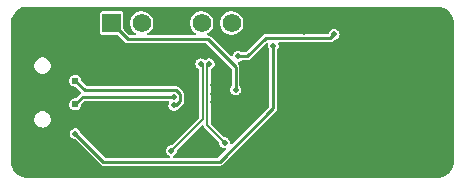
<source format=gbl>
G04 Layer: BottomLayer*
G04 EasyEDA v6.4.25, 2021-11-13T21:47:53+08:00*
G04 5f2a3f83ced14d76a3667b2aff7d93ec,987c639a94b84ffc8c6145f2c3ae8d38,10*
G04 Gerber Generator version 0.2*
G04 Scale: 100 percent, Rotated: No, Reflected: No *
G04 Dimensions in millimeters *
G04 leading zeros omitted , absolute positions ,4 integer and 5 decimal *
%FSLAX45Y45*%
%MOMM*%

%ADD10C,0.2540*%
%ADD11C,0.2000*%
%ADD13C,0.6096*%
%ADD14C,0.5000*%
%ADD33C,1.5748*%
%ADD35C,2.0000*%

%LPD*%
G36*
X804672Y15660420D02*
G01*
X788111Y15661386D01*
X773328Y15663976D01*
X758901Y15668193D01*
X745032Y15673984D01*
X731926Y15681299D01*
X719683Y15690088D01*
X708507Y15700146D01*
X698550Y15711373D01*
X689914Y15723666D01*
X682701Y15736874D01*
X677011Y15750794D01*
X672896Y15765221D01*
X670458Y15780054D01*
X669594Y15795498D01*
X669594Y16973499D01*
X670560Y16990060D01*
X673150Y17004893D01*
X677367Y17019320D01*
X683209Y17033138D01*
X690524Y17046295D01*
X699262Y17058487D01*
X709320Y17069663D01*
X720598Y17079620D01*
X732891Y17088256D01*
X746048Y17095520D01*
X759968Y17101210D01*
X774446Y17105274D01*
X789279Y17107763D01*
X804672Y17108576D01*
X4282744Y17108576D01*
X4299254Y17107611D01*
X4314088Y17105020D01*
X4328515Y17100804D01*
X4342384Y17095012D01*
X4355490Y17087697D01*
X4367682Y17078909D01*
X4378858Y17068850D01*
X4388815Y17057624D01*
X4397502Y17045330D01*
X4404715Y17032122D01*
X4410405Y17018203D01*
X4414469Y17003776D01*
X4416958Y16988942D01*
X4417771Y16973499D01*
X4417771Y15795498D01*
X4416806Y15778937D01*
X4414215Y15764103D01*
X4409998Y15749676D01*
X4404207Y15735858D01*
X4396892Y15722701D01*
X4388104Y15710509D01*
X4378045Y15699333D01*
X4366818Y15689376D01*
X4354525Y15680740D01*
X4341317Y15673527D01*
X4327448Y15667786D01*
X4312970Y15663722D01*
X4298137Y15661233D01*
X4282744Y15660420D01*
G37*

%LPC*%
G36*
X1451254Y15761766D02*
G01*
X2434590Y15761766D01*
X2442006Y15762579D01*
X2448560Y15764713D01*
X2454706Y15768269D01*
X2458872Y15771774D01*
X2913634Y16226536D01*
X2918307Y16232378D01*
X2921457Y16238524D01*
X2923286Y16245332D01*
X2923743Y16250818D01*
X2923743Y16744492D01*
X2924302Y16747794D01*
X2925876Y16750792D01*
X2928772Y16754398D01*
X2932734Y16762069D01*
X2935173Y16770400D01*
X2935986Y16778986D01*
X2935173Y16787571D01*
X2932633Y16796258D01*
X2932226Y16799966D01*
X2933242Y16803573D01*
X2935478Y16806570D01*
X2938678Y16808551D01*
X2942336Y16809262D01*
X3372916Y16809262D01*
X3380333Y16810024D01*
X3386886Y16812209D01*
X3393033Y16815714D01*
X3397199Y16819270D01*
X3404057Y16826128D01*
X3406698Y16828058D01*
X3409797Y16829024D01*
X3415690Y16829836D01*
X3423869Y16832681D01*
X3431387Y16836999D01*
X3437890Y16842689D01*
X3443224Y16849445D01*
X3447186Y16857116D01*
X3449624Y16865447D01*
X3450437Y16874032D01*
X3449624Y16882618D01*
X3447186Y16890949D01*
X3443224Y16898620D01*
X3437890Y16905376D01*
X3431387Y16911066D01*
X3423869Y16915384D01*
X3415690Y16918228D01*
X3407156Y16919448D01*
X3398520Y16919041D01*
X3390137Y16917009D01*
X3382264Y16913402D01*
X3375253Y16908373D01*
X3369259Y16902125D01*
X3364585Y16894860D01*
X3361385Y16886834D01*
X3360826Y16883888D01*
X3359556Y16880636D01*
X3357321Y16877995D01*
X3354273Y16876268D01*
X3350818Y16875658D01*
X2825546Y16875658D01*
X2818130Y16874896D01*
X2811526Y16872762D01*
X2805379Y16869206D01*
X2801264Y16865650D01*
X2659227Y16723664D01*
X2655925Y16721429D01*
X2652014Y16720667D01*
X2624582Y16720667D01*
X2621026Y16721328D01*
X2617927Y16723156D01*
X2616352Y16724477D01*
X2608884Y16728795D01*
X2600706Y16731640D01*
X2592171Y16732859D01*
X2583535Y16732453D01*
X2575153Y16730421D01*
X2567279Y16726814D01*
X2560218Y16721836D01*
X2554274Y16715587D01*
X2549601Y16708272D01*
X2546400Y16700296D01*
X2544775Y16692067D01*
X2543048Y16688054D01*
X2539796Y16685107D01*
X2535631Y16683837D01*
X2531313Y16684447D01*
X2527655Y16686784D01*
X2358847Y16855541D01*
X2353056Y16860266D01*
X2346858Y16863415D01*
X2340051Y16865244D01*
X2338070Y16865396D01*
X2334006Y16866565D01*
X2330805Y16869308D01*
X2328976Y16873067D01*
X2328824Y16877233D01*
X2330399Y16881144D01*
X2333396Y16884091D01*
X2342845Y16890136D01*
X2352954Y16898670D01*
X2361844Y16908526D01*
X2369362Y16919448D01*
X2375357Y16931284D01*
X2379675Y16943781D01*
X2382316Y16956786D01*
X2383231Y16969994D01*
X2382316Y16983252D01*
X2379675Y16996206D01*
X2375357Y17008754D01*
X2369362Y17020590D01*
X2361844Y17031512D01*
X2352954Y17041317D01*
X2342845Y17049902D01*
X2331669Y17057014D01*
X2319680Y17062602D01*
X2306980Y17066514D01*
X2293924Y17068749D01*
X2280666Y17069155D01*
X2267508Y17067834D01*
X2254605Y17064786D01*
X2242261Y17060011D01*
X2230628Y17053661D01*
X2219960Y17045787D01*
X2210409Y17036542D01*
X2202180Y17026178D01*
X2195474Y17014748D01*
X2190292Y17002556D01*
X2186787Y16989755D01*
X2185009Y16976648D01*
X2185009Y16963390D01*
X2186787Y16950232D01*
X2190292Y16937482D01*
X2195474Y16925239D01*
X2202180Y16913860D01*
X2210409Y16903446D01*
X2219960Y16894251D01*
X2230628Y16886377D01*
X2233625Y16884751D01*
X2236927Y16881805D01*
X2238705Y16877741D01*
X2238603Y16873321D01*
X2236571Y16869359D01*
X2233066Y16866616D01*
X2228748Y16865650D01*
X1831339Y16865650D01*
X1827072Y16866565D01*
X1823618Y16869156D01*
X1821586Y16872966D01*
X1821281Y16877284D01*
X1822805Y16881348D01*
X1825853Y16884396D01*
X1834845Y16890136D01*
X1844954Y16898670D01*
X1853844Y16908526D01*
X1861362Y16919448D01*
X1867357Y16931284D01*
X1871675Y16943781D01*
X1874316Y16956786D01*
X1875231Y16969994D01*
X1874316Y16983252D01*
X1871675Y16996206D01*
X1867357Y17008754D01*
X1861362Y17020590D01*
X1853844Y17031512D01*
X1844954Y17041317D01*
X1834845Y17049902D01*
X1823669Y17057014D01*
X1811680Y17062602D01*
X1798980Y17066514D01*
X1785924Y17068749D01*
X1772666Y17069155D01*
X1759508Y17067834D01*
X1746605Y17064786D01*
X1734261Y17060011D01*
X1722628Y17053661D01*
X1711960Y17045787D01*
X1702409Y17036542D01*
X1694180Y17026178D01*
X1687474Y17014748D01*
X1682292Y17002556D01*
X1678787Y16989755D01*
X1677009Y16976648D01*
X1677009Y16963390D01*
X1678787Y16950232D01*
X1682292Y16937482D01*
X1687474Y16925239D01*
X1694180Y16913860D01*
X1702409Y16903446D01*
X1711960Y16894251D01*
X1722628Y16886377D01*
X1725625Y16884751D01*
X1728927Y16881805D01*
X1730705Y16877741D01*
X1730603Y16873321D01*
X1728571Y16869359D01*
X1725066Y16866616D01*
X1720748Y16865650D01*
X1677517Y16865650D01*
X1673606Y16866463D01*
X1670304Y16868648D01*
X1624228Y16914723D01*
X1621993Y16918025D01*
X1621231Y16921937D01*
X1621231Y17048175D01*
X1620672Y17053306D01*
X1619148Y17057624D01*
X1616710Y17061484D01*
X1613458Y17064736D01*
X1609598Y17067174D01*
X1605280Y17068647D01*
X1600149Y17069257D01*
X1443837Y17069257D01*
X1438706Y17068647D01*
X1434388Y17067174D01*
X1430528Y17064736D01*
X1427276Y17061484D01*
X1424838Y17057624D01*
X1423365Y17053306D01*
X1422755Y17048175D01*
X1422755Y16891863D01*
X1423365Y16886732D01*
X1424838Y16882414D01*
X1427276Y16878554D01*
X1430528Y16875302D01*
X1434388Y16872864D01*
X1438706Y16871340D01*
X1443837Y16870781D01*
X1570075Y16870781D01*
X1573987Y16870019D01*
X1577289Y16867784D01*
X1635709Y16809364D01*
X1641500Y16804690D01*
X1647647Y16801541D01*
X1654505Y16799712D01*
X1659940Y16799255D01*
X2317038Y16799255D01*
X2320950Y16798493D01*
X2324201Y16796308D01*
X2533802Y16586707D01*
X2536037Y16583406D01*
X2536799Y16579494D01*
X2536799Y16439794D01*
X2536393Y16436898D01*
X2535123Y16434206D01*
X2529586Y16425773D01*
X2526385Y16417798D01*
X2524760Y16409314D01*
X2524760Y16400627D01*
X2526385Y16392144D01*
X2529586Y16384168D01*
X2534259Y16376853D01*
X2540254Y16370604D01*
X2547264Y16365626D01*
X2555138Y16362019D01*
X2563520Y16359987D01*
X2572156Y16359581D01*
X2580690Y16360800D01*
X2588869Y16363645D01*
X2596388Y16367963D01*
X2602890Y16373601D01*
X2608224Y16380409D01*
X2612186Y16388080D01*
X2614625Y16396360D01*
X2615438Y16404945D01*
X2614625Y16413581D01*
X2612186Y16421862D01*
X2608224Y16429532D01*
X2605379Y16433190D01*
X2603754Y16436136D01*
X2603195Y16439489D01*
X2603195Y16596918D01*
X2602433Y16604386D01*
X2600248Y16610939D01*
X2596743Y16617086D01*
X2593187Y16621251D01*
X2589174Y16625214D01*
X2586786Y16628973D01*
X2586278Y16633444D01*
X2587701Y16637660D01*
X2590749Y16640860D01*
X2594914Y16642486D01*
X2600706Y16643299D01*
X2608884Y16646144D01*
X2616352Y16650462D01*
X2617927Y16651782D01*
X2621026Y16653611D01*
X2624582Y16654272D01*
X2669489Y16654272D01*
X2676906Y16655034D01*
X2683459Y16657167D01*
X2689606Y16660723D01*
X2693771Y16664279D01*
X2829610Y16800118D01*
X2833217Y16802455D01*
X2837434Y16803065D01*
X2841548Y16801896D01*
X2844800Y16799153D01*
X2846679Y16795292D01*
X2846781Y16791025D01*
X2845257Y16783304D01*
X2845257Y16774668D01*
X2846933Y16766184D01*
X2850083Y16758208D01*
X2855671Y16749725D01*
X2856890Y16747083D01*
X2857347Y16744188D01*
X2857347Y16268395D01*
X2856534Y16264483D01*
X2854350Y16261181D01*
X2540000Y15946831D01*
X2536545Y15944596D01*
X2532481Y15943884D01*
X2528519Y15944850D01*
X2525217Y15947339D01*
X2523185Y15950895D01*
X2522728Y15955010D01*
X2522931Y15957448D01*
X2522118Y15966084D01*
X2519680Y15974364D01*
X2515717Y15982035D01*
X2510383Y15988842D01*
X2503881Y15994481D01*
X2496362Y15998799D01*
X2488234Y16001644D01*
X2479649Y16002863D01*
X2475687Y16003625D01*
X2472283Y16005860D01*
X2363419Y16114522D01*
X2361234Y16117824D01*
X2360422Y16121735D01*
X2360422Y16574312D01*
X2361031Y16577818D01*
X2362809Y16580866D01*
X2365502Y16583151D01*
X2373884Y16587927D01*
X2380386Y16593616D01*
X2385720Y16600373D01*
X2389682Y16608094D01*
X2392121Y16616375D01*
X2392934Y16624960D01*
X2392121Y16633545D01*
X2389682Y16641876D01*
X2385720Y16649547D01*
X2380386Y16656354D01*
X2373884Y16661993D01*
X2366365Y16666311D01*
X2358186Y16669156D01*
X2349652Y16670375D01*
X2341016Y16669969D01*
X2332634Y16667937D01*
X2324760Y16664330D01*
X2316937Y16658742D01*
X2312822Y16657015D01*
X2308352Y16657218D01*
X2304389Y16659351D01*
X2301341Y16661993D01*
X2293874Y16666311D01*
X2285695Y16669156D01*
X2277160Y16670375D01*
X2268524Y16669969D01*
X2260142Y16667937D01*
X2252268Y16664330D01*
X2245207Y16659301D01*
X2239264Y16653052D01*
X2234590Y16645788D01*
X2231390Y16637762D01*
X2229764Y16629278D01*
X2229764Y16620642D01*
X2231390Y16612158D01*
X2234590Y16604132D01*
X2239264Y16596868D01*
X2245207Y16590619D01*
X2252268Y16585590D01*
X2256180Y16583812D01*
X2259279Y16581577D01*
X2261362Y16578376D01*
X2262124Y16574566D01*
X2262124Y16172027D01*
X2261311Y16168116D01*
X2259126Y16164813D01*
X2032457Y15938144D01*
X2029358Y15936010D01*
X2025751Y15935198D01*
X2021027Y15934944D01*
X2012645Y15932912D01*
X2004771Y15929305D01*
X1997760Y15924326D01*
X1991766Y15918078D01*
X1987092Y15910763D01*
X1983892Y15902787D01*
X1982266Y15894304D01*
X1982266Y15885617D01*
X1983892Y15877133D01*
X1987092Y15869157D01*
X1991766Y15861842D01*
X1997760Y15855594D01*
X2004771Y15850616D01*
X2011375Y15847568D01*
X2014524Y15845332D01*
X2016607Y15841980D01*
X2017318Y15838119D01*
X2016455Y15834309D01*
X2014270Y15831108D01*
X2010968Y15828924D01*
X2007158Y15828162D01*
X1468831Y15828162D01*
X1464919Y15828975D01*
X1461617Y15831159D01*
X1260856Y16031921D01*
X1258874Y16034766D01*
X1257960Y16038118D01*
X1257655Y16041319D01*
X1255217Y16049650D01*
X1251254Y16057321D01*
X1245920Y16064077D01*
X1239367Y16069767D01*
X1231900Y16074085D01*
X1223721Y16076930D01*
X1215186Y16078149D01*
X1206550Y16077742D01*
X1198118Y16075710D01*
X1190294Y16072104D01*
X1183233Y16067074D01*
X1177290Y16060826D01*
X1172616Y16053562D01*
X1169416Y16045535D01*
X1167739Y16037051D01*
X1167739Y16028416D01*
X1169416Y16019932D01*
X1172616Y16011906D01*
X1177290Y16004641D01*
X1183233Y15998393D01*
X1190294Y15993363D01*
X1198118Y15989757D01*
X1206550Y15987725D01*
X1211072Y15986861D01*
X1214170Y15984728D01*
X1426972Y15771876D01*
X1432814Y15767202D01*
X1438960Y15764052D01*
X1445768Y15762224D01*
G37*
G36*
X935990Y16084600D02*
G01*
X947013Y16085464D01*
X957783Y16088055D01*
X967994Y16092322D01*
X977392Y16098062D01*
X985824Y16105276D01*
X992987Y16113658D01*
X998778Y16123107D01*
X1002995Y16133318D01*
X1005586Y16144087D01*
X1006449Y16155060D01*
X1005586Y16166084D01*
X1002995Y16176853D01*
X998778Y16187064D01*
X992987Y16196513D01*
X985824Y16204895D01*
X977392Y16212108D01*
X967994Y16217849D01*
X957783Y16222116D01*
X947013Y16224707D01*
X935990Y16225570D01*
X924966Y16224707D01*
X914196Y16222116D01*
X903986Y16217849D01*
X894587Y16212108D01*
X886155Y16204895D01*
X878992Y16196513D01*
X873201Y16187064D01*
X868984Y16176853D01*
X866394Y16166084D01*
X865530Y16155060D01*
X866394Y16144087D01*
X868984Y16133318D01*
X873201Y16123107D01*
X878992Y16113658D01*
X886155Y16105276D01*
X894587Y16098062D01*
X903986Y16092322D01*
X914196Y16088055D01*
X924966Y16085464D01*
G37*
G36*
X2049678Y16227044D02*
G01*
X2058212Y16228263D01*
X2066391Y16231107D01*
X2073859Y16235426D01*
X2080412Y16241115D01*
X2083816Y16245128D01*
X2088692Y16249243D01*
X2125624Y16285921D01*
X2130348Y16291712D01*
X2133498Y16297859D01*
X2135378Y16304666D01*
X2135835Y16310254D01*
X2135835Y16366998D01*
X2135022Y16374414D01*
X2132888Y16380968D01*
X2129383Y16387114D01*
X2125726Y16391382D01*
X2093620Y16423233D01*
X2087778Y16427907D01*
X2081580Y16431006D01*
X2074773Y16432784D01*
X2069439Y16433190D01*
X1313383Y16433190D01*
X1309471Y16434003D01*
X1306169Y16436187D01*
X1266952Y16475456D01*
X1264920Y16478300D01*
X1264005Y16481704D01*
X1263142Y16491407D01*
X1260703Y16500195D01*
X1256741Y16508425D01*
X1251356Y16515842D01*
X1244752Y16522141D01*
X1237132Y16527170D01*
X1228750Y16530777D01*
X1219860Y16532809D01*
X1210716Y16533215D01*
X1201674Y16531996D01*
X1192987Y16529151D01*
X1184960Y16524833D01*
X1177798Y16519144D01*
X1171803Y16512235D01*
X1167130Y16504412D01*
X1163878Y16495877D01*
X1162253Y16486886D01*
X1162253Y16477742D01*
X1163878Y16468750D01*
X1167130Y16460216D01*
X1171803Y16452392D01*
X1177798Y16445484D01*
X1184960Y16439794D01*
X1192987Y16435476D01*
X1201674Y16432631D01*
X1210716Y16431412D01*
X1212291Y16431513D01*
X1216406Y16430802D01*
X1219911Y16428516D01*
X1260043Y16388435D01*
X1262176Y16385336D01*
X1263040Y16381780D01*
X1262532Y16378072D01*
X1260754Y16374821D01*
X1256690Y16371722D01*
X1252524Y16368166D01*
X1219809Y16335451D01*
X1216304Y16333165D01*
X1201674Y16331336D01*
X1192987Y16328491D01*
X1184960Y16324173D01*
X1177798Y16318484D01*
X1171803Y16311575D01*
X1167130Y16303751D01*
X1163878Y16295217D01*
X1162253Y16286226D01*
X1162253Y16277082D01*
X1163878Y16268090D01*
X1167130Y16259556D01*
X1171803Y16251732D01*
X1177798Y16244824D01*
X1184960Y16239134D01*
X1192987Y16234816D01*
X1201674Y16231971D01*
X1210716Y16230752D01*
X1219860Y16231158D01*
X1228750Y16233190D01*
X1237132Y16236797D01*
X1244752Y16241826D01*
X1251356Y16248126D01*
X1256741Y16255542D01*
X1260703Y16263772D01*
X1263142Y16272560D01*
X1264005Y16282365D01*
X1264920Y16285768D01*
X1266952Y16288664D01*
X1287068Y16308781D01*
X1290370Y16311016D01*
X1294282Y16311778D01*
X2000351Y16311778D01*
X2004568Y16310863D01*
X2008022Y16308273D01*
X2010105Y16304463D01*
X2010410Y16300145D01*
X2008936Y16296132D01*
X2007107Y16293287D01*
X2003907Y16285260D01*
X2002231Y16276777D01*
X2002231Y16268141D01*
X2003907Y16259657D01*
X2007107Y16251631D01*
X2011781Y16244366D01*
X2017725Y16238118D01*
X2024786Y16233089D01*
X2032609Y16229482D01*
X2041042Y16227450D01*
G37*
G36*
X935990Y16539260D02*
G01*
X947013Y16540124D01*
X957783Y16542715D01*
X967994Y16546982D01*
X977392Y16552722D01*
X985824Y16559936D01*
X992987Y16568318D01*
X998778Y16577767D01*
X1002995Y16587978D01*
X1005586Y16598747D01*
X1006449Y16609720D01*
X1005586Y16620744D01*
X1002995Y16631513D01*
X998778Y16641724D01*
X992987Y16651173D01*
X985824Y16659555D01*
X977392Y16666768D01*
X967994Y16672509D01*
X957783Y16676776D01*
X947013Y16679367D01*
X935990Y16680230D01*
X924966Y16679367D01*
X914196Y16676776D01*
X903986Y16672509D01*
X894587Y16666768D01*
X886155Y16659555D01*
X878992Y16651173D01*
X873201Y16641724D01*
X868984Y16631513D01*
X866394Y16620744D01*
X865530Y16609720D01*
X866394Y16598747D01*
X868984Y16587978D01*
X873201Y16577767D01*
X878992Y16568318D01*
X886155Y16559936D01*
X894587Y16552722D01*
X903986Y16546982D01*
X914196Y16542715D01*
X924966Y16540124D01*
G37*
G36*
X2534666Y16870832D02*
G01*
X2547924Y16871289D01*
X2560980Y16873474D01*
X2573680Y16877436D01*
X2585669Y16883024D01*
X2596845Y16890136D01*
X2606954Y16898670D01*
X2615844Y16908526D01*
X2623362Y16919448D01*
X2629357Y16931284D01*
X2633675Y16943781D01*
X2636316Y16956786D01*
X2637231Y16969994D01*
X2636316Y16983252D01*
X2633675Y16996206D01*
X2629357Y17008754D01*
X2623362Y17020590D01*
X2615844Y17031512D01*
X2606954Y17041317D01*
X2596845Y17049902D01*
X2585669Y17057014D01*
X2573680Y17062602D01*
X2560980Y17066514D01*
X2547924Y17068749D01*
X2534666Y17069155D01*
X2521508Y17067834D01*
X2508605Y17064786D01*
X2496261Y17060011D01*
X2484628Y17053661D01*
X2473960Y17045787D01*
X2464409Y17036542D01*
X2456180Y17026178D01*
X2449474Y17014748D01*
X2444292Y17002556D01*
X2440787Y16989755D01*
X2439009Y16976648D01*
X2439009Y16963390D01*
X2440787Y16950232D01*
X2444292Y16937482D01*
X2449474Y16925239D01*
X2456180Y16913860D01*
X2464409Y16903446D01*
X2473960Y16894251D01*
X2484628Y16886377D01*
X2496261Y16880027D01*
X2508605Y16875252D01*
X2521508Y16872153D01*
G37*

%LPD*%
G36*
X2047798Y15828162D02*
G01*
X2043836Y15828975D01*
X2040483Y15831312D01*
X2038299Y15834715D01*
X2037638Y15838678D01*
X2038553Y15842640D01*
X2040991Y15845891D01*
X2044446Y15847923D01*
X2046376Y15848634D01*
X2053894Y15852952D01*
X2060397Y15858591D01*
X2065731Y15865398D01*
X2069693Y15873069D01*
X2072132Y15881350D01*
X2072843Y15889020D01*
X2073808Y15892373D01*
X2075789Y15895218D01*
X2283358Y16102787D01*
X2286914Y16105124D01*
X2291080Y16105784D01*
X2295144Y16104666D01*
X2298446Y16102025D01*
X2300376Y16098266D01*
X2301544Y16093948D01*
X2304440Y16088258D01*
X2308758Y16082924D01*
X2429256Y15962630D01*
X2431491Y15959328D01*
X2432253Y15955416D01*
X2432253Y15953130D01*
X2433878Y15944646D01*
X2437079Y15936620D01*
X2441752Y15929356D01*
X2447747Y15923107D01*
X2454757Y15918129D01*
X2462631Y15914522D01*
X2470962Y15912490D01*
X2481122Y15912134D01*
X2484932Y15911220D01*
X2488133Y15908985D01*
X2490216Y15905683D01*
X2490927Y15901822D01*
X2490114Y15898012D01*
X2487930Y15894761D01*
X2424328Y15831159D01*
X2421026Y15828975D01*
X2417114Y15828162D01*
G37*

%LPD*%
D10*
X3404997Y16874032D02*
G01*
X3373429Y16842465D01*
X2824995Y16842465D01*
X2669997Y16687467D01*
X2589994Y16687467D01*
D11*
X2347468Y16625062D02*
G01*
X2329941Y16607536D01*
X2329941Y16104870D01*
X2477515Y15957550D01*
X2275077Y16625062D02*
G01*
X2292604Y16607536D01*
X2292604Y16155162D01*
X2027427Y15889986D01*
D10*
X2047496Y16344966D02*
G01*
X1276304Y16344966D01*
X1213002Y16281664D01*
X1522003Y16970009D02*
G01*
X1659544Y16832468D01*
X2335001Y16832468D01*
X2569997Y16597472D01*
X2569997Y16404970D01*
X2890520Y16778986D02*
G01*
X2890520Y16250412D01*
X2435097Y15794989D01*
X1450847Y15794989D01*
X1213104Y16032734D01*
X2047493Y16272510D02*
G01*
X2065020Y16272510D01*
X2102611Y16309847D01*
X2102611Y16367505D01*
X2069845Y16400018D01*
X1295400Y16400018D01*
X1213104Y16482313D01*
D33*
G01*
X2537993Y16970019D03*
G01*
X2283993Y16970019D03*
G01*
X2029993Y16970019D03*
G01*
X1775993Y16970019D03*
G36*
X1443261Y17048749D02*
G01*
X1600741Y17048749D01*
X1600741Y16891269D01*
X1443261Y16891269D01*
G37*
D13*
G01*
X1213002Y16482313D03*
G01*
X1213002Y16281654D03*
D14*
G01*
X2047493Y16344976D03*
G01*
X2047493Y16272459D03*
G01*
X2382494Y16299967D03*
G01*
X2382494Y16372459D03*
G01*
X2382494Y16444976D03*
G01*
X2237486Y16444976D03*
G01*
X2275001Y16624960D03*
G01*
X2027504Y15889960D03*
G01*
X2569997Y16404970D03*
G01*
X1213002Y16032734D03*
G01*
X2890520Y16778986D03*
G01*
X3750005Y16952468D03*
G01*
X3592499Y16074974D03*
G01*
X3944975Y16172484D03*
G01*
X3927500Y16297478D03*
G01*
X4042486Y16642461D03*
G01*
X4017492Y15737459D03*
G01*
X3662502Y15797479D03*
G01*
X3862501Y15702457D03*
G01*
X4017492Y15964966D03*
G01*
X3077489Y15912464D03*
G01*
X3077489Y15754959D03*
G01*
X2385009Y15957473D03*
G01*
X2689986Y15957473D03*
G01*
X1887473Y15904971D03*
G01*
X1962505Y16214953D03*
G01*
X1552498Y15994964D03*
G01*
X1710004Y16052469D03*
G01*
X1397507Y16199967D03*
G01*
X1137488Y16162477D03*
G01*
X1152499Y15912464D03*
G01*
X1450009Y16749953D03*
G01*
X1217498Y16604970D03*
G01*
X1213002Y16736313D03*
G01*
X1887499Y16747464D03*
G01*
X2040000Y16582466D03*
G01*
X1364995Y16589959D03*
G01*
X2499995Y16779976D03*
G01*
X2659989Y16619956D03*
G01*
X2802483Y16659961D03*
G01*
X2650007Y16762476D03*
G01*
X3109975Y16699966D03*
G01*
X3312490Y16709974D03*
G01*
X3147491Y16987443D03*
G01*
X3147491Y16897477D03*
G01*
X3742486Y17052467D03*
G01*
X3914978Y16932478D03*
G01*
X3727500Y16732453D03*
G01*
X3797503Y16239972D03*
G01*
X4042486Y16517467D03*
G01*
X3642486Y15962477D03*
G01*
X3515004Y15799968D03*
G01*
X2822498Y16277462D03*
G01*
X2959988Y16332454D03*
G01*
X3034995Y16452469D03*
G01*
X2632481Y16122472D03*
G01*
X1399997Y15962477D03*
G01*
X2057501Y16129965D03*
G01*
X2237486Y15957473D03*
G01*
X1892477Y15714979D03*
G01*
X2347493Y16624960D03*
G01*
X2477490Y15957473D03*
G01*
X2557500Y16009975D03*
G01*
X2589987Y16687469D03*
G01*
X3404997Y16874032D03*
D35*
X1010991Y16969968D02*
G01*
X860991Y16969968D01*
X1010991Y15799968D02*
G01*
X860991Y15799968D01*
M02*

</source>
